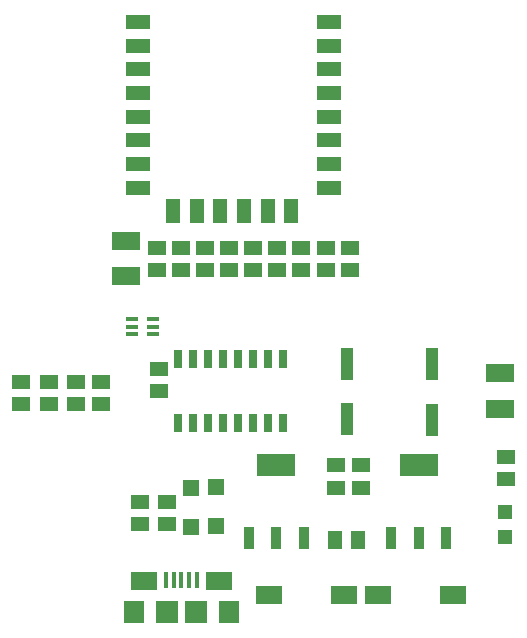
<source format=gbr>
G04 EAGLE Gerber RS-274X export*
G75*
%MOMM*%
%FSLAX34Y34*%
%LPD*%
%INSolderpaste Top*%
%IPPOS*%
%AMOC8*
5,1,8,0,0,1.08239X$1,22.5*%
G01*
%ADD10R,1.500000X1.300000*%
%ADD11R,2.400000X1.600000*%
%ADD12R,1.300000X1.500000*%
%ADD13R,1.000000X2.800000*%
%ADD14R,1.397000X1.397000*%
%ADD15R,0.400000X1.350000*%
%ADD16R,2.200000X1.600000*%
%ADD17R,1.800000X1.900000*%
%ADD18R,1.900000X1.900000*%
%ADD19R,1.200000X1.200000*%
%ADD20R,1.100000X0.400000*%
%ADD21R,2.300000X1.600000*%
%ADD22R,2.000000X1.200000*%
%ADD23R,1.200000X2.000000*%
%ADD24R,0.900000X1.850000*%
%ADD25R,3.200000X1.850000*%
%ADD26R,0.635000X1.524000*%


D10*
X208092Y74828D03*
X208092Y93828D03*
D11*
X173624Y314588D03*
X173624Y284588D03*
D10*
X200040Y308580D03*
X200040Y289580D03*
X220345Y308697D03*
X220345Y289697D03*
D12*
X350972Y61092D03*
X369972Y61092D03*
D10*
X351150Y105608D03*
X351150Y124608D03*
D11*
X489905Y172353D03*
X489905Y202353D03*
D13*
X432608Y210200D03*
X432608Y163200D03*
D10*
X372938Y124608D03*
X372938Y105608D03*
X201986Y187289D03*
X201986Y206289D03*
D14*
X228600Y105730D03*
X228600Y72710D03*
X249936Y106238D03*
X249936Y73218D03*
D15*
X207520Y27440D03*
X214020Y27440D03*
X220520Y27440D03*
X227020Y27440D03*
X233520Y27440D03*
D16*
X189020Y26190D03*
X252020Y26190D03*
D17*
X180520Y690D03*
D18*
X208520Y690D03*
X232520Y690D03*
D17*
X260520Y690D03*
D19*
X494848Y63988D03*
X494848Y84988D03*
D20*
X196320Y235420D03*
X196320Y241920D03*
X196320Y248420D03*
X178320Y248420D03*
X178320Y241920D03*
X178320Y235420D03*
D10*
X322186Y289712D03*
X322186Y308712D03*
X131280Y195240D03*
X131280Y176240D03*
X362877Y308740D03*
X362877Y289740D03*
X342557Y289740D03*
X342557Y308740D03*
X108420Y195240D03*
X108420Y176240D03*
X301866Y289712D03*
X301866Y308712D03*
X281546Y289712D03*
X281546Y308712D03*
X240906Y289712D03*
X240906Y308712D03*
X152100Y176240D03*
X152100Y195240D03*
X495300Y131608D03*
X495300Y112608D03*
X85090Y195240D03*
X85090Y176240D03*
D21*
X450412Y15052D03*
X387412Y15052D03*
X295040Y14920D03*
X358040Y14920D03*
D22*
X183520Y359740D03*
X183520Y379740D03*
X183520Y399740D03*
X183520Y419740D03*
X183520Y439740D03*
X183520Y459740D03*
X183520Y479740D03*
X183520Y499740D03*
X345520Y359740D03*
X345520Y379740D03*
X345520Y399740D03*
X345520Y419740D03*
X345520Y439740D03*
X345520Y459740D03*
X345520Y479740D03*
X345520Y499740D03*
D23*
X293520Y339740D03*
X213520Y339740D03*
X233520Y339740D03*
X313520Y339740D03*
X253520Y339740D03*
X273520Y339740D03*
D24*
X277980Y62660D03*
X300980Y62660D03*
X323980Y62660D03*
D25*
X300980Y124660D03*
D24*
X398376Y62660D03*
X421376Y62660D03*
X444376Y62660D03*
D25*
X421376Y124660D03*
D26*
X230510Y160390D03*
X255910Y214290D03*
X217810Y160390D03*
X243210Y160390D03*
X255910Y160390D03*
X243210Y214290D03*
X268610Y214290D03*
X281310Y214290D03*
X281310Y160390D03*
X306710Y214290D03*
X268610Y160390D03*
X294010Y160390D03*
X294010Y214290D03*
X306710Y160390D03*
X230510Y214290D03*
X217810Y214290D03*
D13*
X360680Y210444D03*
X360680Y163444D03*
D10*
X185420Y93828D03*
X185420Y74828D03*
X261112Y308712D03*
X261112Y289712D03*
M02*

</source>
